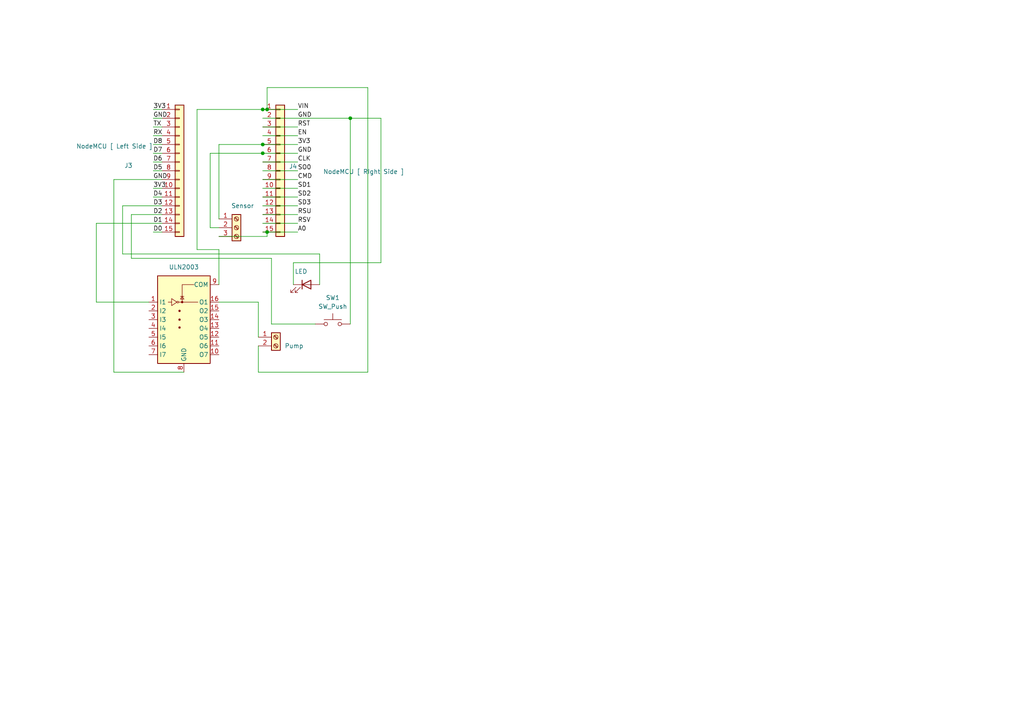
<source format=kicad_sch>
(kicad_sch (version 20250114) (generator "eeschema") (generator_version "9.0")
  (paper "A4")
  (lib_symbols
    (symbol "Connector:Screw_Terminal_01x02" (pin_names (offset 1.016) (hide yes))
      (property "Reference" "J" (at 0 2.54 0))
      (property "Value" "Screw_Terminal_01x02" (at 0 -5.08 0))
      (symbol "Screw_Terminal_01x02_1_1"
        (rectangle (start -1.27 1.27) (end 1.27 -3.81) (stroke (width 0.254)) (fill (type background)))
        (polyline (pts (xy -0.5334 0.3302) (xy 0.3302 -0.508)) (stroke (width 0.1524)))
        (polyline (pts (xy -0.5334 -2.2098) (xy 0.3302 -3.048)) (stroke (width 0.1524)))
        (polyline (pts (xy -0.3556 0.508) (xy 0.508 -0.3302)) (stroke (width 0.1524)))
        (polyline (pts (xy -0.3556 -2.032) (xy 0.508 -2.8702)) (stroke (width 0.1524)))
        (circle (center 0 0) (radius 0.635) (stroke (width 0.1524)))
        (circle (center 0 -2.54) (radius 0.635) (stroke (width 0.1524)))
        (pin passive line (at -5.08 0 0) (length 3.81) (name "Pin_1") (number "1"))
        (pin passive line (at -5.08 -2.54 0) (length 3.81) (name "Pin_2") (number "2"))
      )
    )
    (symbol "Connector:Screw_Terminal_01x03" (pin_names (offset 1.016) (hide yes))
      (property "Reference" "J" (at 0 5.08 0))
      (property "Value" "Screw_Terminal_01x03" (at 0 -5.08 0))
      (symbol "Screw_Terminal_01x03_1_1"
        (rectangle (start -1.27 3.81) (end 1.27 -3.81) (stroke (width 0.254)) (fill (type background)))
        (polyline (pts (xy -0.5334 2.8702) (xy 0.3302 2.032)) (stroke (width 0.1524)))
        (polyline (pts (xy -0.5334 0.3302) (xy 0.3302 -0.508)) (stroke (width 0.1524)))
        (polyline (pts (xy -0.5334 -2.2098) (xy 0.3302 -3.048)) (stroke (width 0.1524)))
        (polyline (pts (xy -0.3556 3.048) (xy 0.508 2.2098)) (stroke (width 0.1524)))
        (polyline (pts (xy -0.3556 0.508) (xy 0.508 -0.3302)) (stroke (width 0.1524)))
        (polyline (pts (xy -0.3556 -2.032) (xy 0.508 -2.8702)) (stroke (width 0.1524)))
        (circle (center 0 2.54) (radius 0.635) (stroke (width 0.1524)))
        (circle (center 0 0) (radius 0.635) (stroke (width 0.1524)))
        (circle (center 0 -2.54) (radius 0.635) (stroke (width 0.1524)))
        (pin passive line (at -5.08 2.54 0) (length 3.81) (name "Pin_1") (number "1"))
        (pin passive line (at -5.08 0 0) (length 3.81) (name "Pin_2") (number "2"))
        (pin passive line (at -5.08 -2.54 0) (length 3.81) (name "Pin_3") (number "3"))
      )
    )
    (symbol "Connector_Generic:Conn_01x15" (pin_names (offset 1.016) (hide yes))
      (property "Reference" "J" (at 0 20.32 0))
      (property "Value" "Conn_01x15" (at 0 -20.32 0))
      (symbol "Conn_01x15_1_1"
        (rectangle (start -1.27 19.05) (end 1.27 -19.05) (stroke (width 0.254)) (fill (type background)))
        (rectangle (start -1.27 17.907) (end 0 17.653) (stroke (width 0.1524)))
        (rectangle (start -1.27 15.367) (end 0 15.113) (stroke (width 0.1524)))
        (rectangle (start -1.27 12.827) (end 0 12.573) (stroke (width 0.1524)))
        (rectangle (start -1.27 10.287) (end 0 10.033) (stroke (width 0.1524)))
        (rectangle (start -1.27 7.747) (end 0 7.493) (stroke (width 0.1524)))
        (rectangle (start -1.27 5.207) (end 0 4.953) (stroke (width 0.1524)))
        (rectangle (start -1.27 2.667) (end 0 2.413) (stroke (width 0.1524)))
        (rectangle (start -1.27 0.127) (end 0 -0.127) (stroke (width 0.1524)))
        (rectangle (start -1.27 -2.413) (end 0 -2.667) (stroke (width 0.1524)))
        (rectangle (start -1.27 -4.953) (end 0 -5.207) (stroke (width 0.1524)))
        (rectangle (start -1.27 -7.493) (end 0 -7.747) (stroke (width 0.1524)))
        (rectangle (start -1.27 -10.033) (end 0 -10.287) (stroke (width 0.1524)))
        (rectangle (start -1.27 -12.573) (end 0 -12.827) (stroke (width 0.1524)))
        (rectangle (start -1.27 -15.113) (end 0 -15.367) (stroke (width 0.1524)))
        (rectangle (start -1.27 -17.653) (end 0 -17.907) (stroke (width 0.1524)))
        (pin passive line (at -5.08 17.78 0) (length 3.81) (name "Pin_1") (number "1"))
        (pin passive line (at -5.08 15.24 0) (length 3.81) (name "Pin_2") (number "2"))
        (pin passive line (at -5.08 12.7 0) (length 3.81) (name "Pin_3") (number "3"))
        (pin passive line (at -5.08 10.16 0) (length 3.81) (name "Pin_4") (number "4"))
        (pin passive line (at -5.08 7.62 0) (length 3.81) (name "Pin_5") (number "5"))
        (pin passive line (at -5.08 5.08 0) (length 3.81) (name "Pin_6") (number "6"))
        (pin passive line (at -5.08 2.54 0) (length 3.81) (name "Pin_7") (number "7"))
        (pin passive line (at -5.08 0 0) (length 3.81) (name "Pin_8") (number "8"))
        (pin passive line (at -5.08 -2.54 0) (length 3.81) (name "Pin_9") (number "9"))
        (pin passive line (at -5.08 -5.08 0) (length 3.81) (name "Pin_10") (number "10"))
        (pin passive line (at -5.08 -7.62 0) (length 3.81) (name "Pin_11") (number "11"))
        (pin passive line (at -5.08 -10.16 0) (length 3.81) (name "Pin_12") (number "12"))
        (pin passive line (at -5.08 -12.7 0) (length 3.81) (name "Pin_13") (number "13"))
        (pin passive line (at -5.08 -15.24 0) (length 3.81) (name "Pin_14") (number "14"))
        (pin passive line (at -5.08 -17.78 0) (length 3.81) (name "Pin_15") (number "15"))
      )
    )
    (symbol "Device:LED" (pin_numbers (hide yes)) (pin_names (offset 1.016) (hide yes))
      (property "Reference" "D" (at 0 2.54 0))
      (property "Value" "LED" (at 0 -2.54 0))
      (symbol "LED_0_1"
        (polyline (pts (xy -3.048 -0.762) (xy -4.572 -2.286) (xy -3.81 -2.286) (xy -4.572 -2.286) (xy -4.572 -1.524)))
        (polyline (pts (xy -1.778 -0.762) (xy -3.302 -2.286) (xy -2.54 -2.286) (xy -3.302 -2.286) (xy -3.302 -1.524)))
        (polyline (pts (xy -1.27 0) (xy 1.27 0)))
        (polyline (pts (xy -1.27 -1.27) (xy -1.27 1.27)) (stroke (width 0.254)))
        (polyline (pts (xy 1.27 -1.27) (xy 1.27 1.27) (xy -1.27 0) (xy 1.27 -1.27)) (stroke (width 0.254)))
      )
      (symbol "LED_1_1"
        (pin passive line (at -3.81 0 0) (length 2.54) (name "K") (number "1"))
        (pin passive line (at 3.81 0 180) (length 2.54) (name "A") (number "2"))
      )
    )
    (symbol "Switch:SW_Push" (pin_numbers (hide yes)) (pin_names (offset 1.016) (hide yes))
      (property "Reference" "SW" (at 1.27 2.54 0))
      (property "Value" "SW_Push" (at 0 -1.524 0))
      (symbol "SW_Push_0_1"
        (circle (center -2.032 0) (radius 0.508))
        (polyline (pts (xy 0 1.27) (xy 0 3.048)))
        (circle (center 2.032 0) (radius 0.508))
        (polyline (pts (xy 2.54 1.27) (xy -2.54 1.27)))
        (pin passive line (at -5.08 0 0) (length 2.54) (name "1") (number "1"))
        (pin passive line (at 5.08 0 180) (length 2.54) (name "2") (number "2"))
      )
    )
    (symbol "Transistor_Array:ULN2003"
      (property "Reference" "U" (at 0 15.875 0))
      (property "Value" "ULN2003" (at 0 13.97 0))
      (symbol "ULN2003_0_1"
        (rectangle (start -7.62 -12.7) (end 7.62 12.7) (stroke (width 0.254)) (fill (type background)))
        (polyline (pts (xy -4.572 5.08) (xy -3.556 5.08)))
        (polyline (pts (xy -3.556 6.096) (xy -3.556 4.064) (xy -2.032 5.08) (xy -3.556 6.096)))
        (circle (center -1.778 5.08) (radius 0.254))
        (polyline (pts (xy -1.524 5.08) (xy 4.064 5.08)))
        (circle (center -1.27 2.54) (radius 0.254) (fill (type outline)))
        (circle (center -1.27 0) (radius 0.254) (fill (type outline)))
        (circle (center -1.27 -2.286) (radius 0.254) (fill (type outline)))
        (circle (center -0.508 5.08) (radius 0.254) (fill (type outline)))
        (polyline (pts (xy -0.508 5.08) (xy -0.508 10.16) (xy 2.921 10.16)))
        (polyline (pts (xy 0 6.731) (xy -1.016 6.731)))
        (polyline (pts (xy 0 5.969) (xy -1.016 5.969) (xy -0.508 6.731) (xy 0 5.969)))
      )
      (symbol "ULN2003_1_1"
        (pin input line (at -10.16 5.08 0) (length 2.54) (name "I1") (number "1"))
        (pin input line (at -10.16 2.54 0) (length 2.54) (name "I2") (number "2"))
        (pin input line (at -10.16 0 0) (length 2.54) (name "I3") (number "3"))
        (pin input line (at -10.16 -2.54 0) (length 2.54) (name "I4") (number "4"))
        (pin input line (at -10.16 -5.08 0) (length 2.54) (name "I5") (number "5"))
        (pin input line (at -10.16 -7.62 0) (length 2.54) (name "I6") (number "6"))
        (pin input line (at -10.16 -10.16 0) (length 2.54) (name "I7") (number "7"))
        (pin power_in line (at 0 -15.24 90) (length 2.54) (name "GND") (number "8"))
        (pin passive line (at 10.16 10.16 180) (length 2.54) (name "COM") (number "9"))
        (pin open_collector line (at 10.16 5.08 180) (length 2.54) (name "O1") (number "16"))
        (pin open_collector line (at 10.16 2.54 180) (length 2.54) (name "O2") (number "15"))
        (pin open_collector line (at 10.16 0 180) (length 2.54) (name "O3") (number "14"))
        (pin open_collector line (at 10.16 -2.54 180) (length 2.54) (name "O4") (number "13"))
        (pin open_collector line (at 10.16 -5.08 180) (length 2.54) (name "O5") (number "12"))
        (pin open_collector line (at 10.16 -7.62 180) (length 2.54) (name "O6") (number "11"))
        (pin open_collector line (at 10.16 -10.16 180) (length 2.54) (name "O7") (number "10"))
      )
    )
  )
  (junction (at 76.2 41.91))
  (junction (at 77.47 31.75))
  (junction (at 101.6 34.29))
  (junction (at 76.2 31.75))
  (junction (at 76.2 44.45))
  (junction (at 77.47 67.31))
  (wire (pts (xy 53.34 107.95) (xy 33.02 107.95)))
  (wire (pts (xy 85.09 76.2) (xy 85.09 82.55)))
  (wire (pts (xy 76.2 39.37) (xy 86.36 39.37)))
  (wire (pts (xy 63.5 82.55) (xy 63.5 72.39)))
  (wire (pts (xy 76.2 41.91) (xy 86.36 41.91)))
  (wire (pts (xy 46.99 44.45) (xy 44.45 44.45)))
  (wire (pts (xy 33.02 107.95) (xy 33.02 52.07)))
  (wire (pts (xy 76.2 52.07) (xy 86.36 52.07)))
  (wire (pts (xy 63.5 72.39) (xy 57.15 72.39)))
  (wire (pts (xy 106.68 25.4) (xy 77.47 25.4)))
  (wire (pts (xy 38.1 74.93) (xy 78.74 74.93)))
  (wire (pts (xy 35.56 73.66) (xy 92.71 73.66)))
  (wire (pts (xy 60.96 66.04) (xy 60.96 44.45)))
  (wire (pts (xy 27.94 87.63) (xy 43.18 87.63)))
  (wire (pts (xy 106.68 107.95) (xy 106.68 25.4)))
  (wire (pts (xy 63.5 87.63) (xy 74.93 87.63)))
  (wire (pts (xy 76.2 31.75) (xy 77.47 31.75)))
  (wire (pts (xy 46.99 36.83) (xy 44.45 36.83)))
  (wire (pts (xy 76.2 62.23) (xy 86.36 62.23)))
  (wire (pts (xy 63.5 68.58) (xy 77.47 68.58)))
  (wire (pts (xy 110.49 76.2) (xy 85.09 76.2)))
  (wire (pts (xy 101.6 34.29) (xy 101.6 93.98)))
  (wire (pts (xy 27.94 64.77) (xy 27.94 87.63)))
  (wire (pts (xy 63.5 63.5) (xy 63.5 41.91)))
  (wire (pts (xy 78.74 74.93) (xy 78.74 93.98)))
  (wire (pts (xy 76.2 34.29) (xy 101.6 34.29)))
  (wire (pts (xy 92.71 73.66) (xy 92.71 82.55)))
  (wire (pts (xy 46.99 46.99) (xy 44.45 46.99)))
  (wire (pts (xy 63.5 66.04) (xy 60.96 66.04)))
  (wire (pts (xy 76.2 49.53) (xy 86.36 49.53)))
  (wire (pts (xy 76.2 57.15) (xy 86.36 57.15)))
  (wire (pts (xy 110.49 34.29) (xy 110.49 76.2)))
  (wire (pts (xy 77.47 31.75) (xy 86.36 31.75)))
  (wire (pts (xy 77.47 25.4) (xy 77.47 31.75)))
  (wire (pts (xy 35.56 59.69) (xy 35.56 73.66)))
  (wire (pts (xy 76.2 36.83) (xy 86.36 36.83)))
  (wire (pts (xy 76.2 44.45) (xy 86.36 44.45)))
  (wire (pts (xy 76.2 59.69) (xy 86.36 59.69)))
  (wire (pts (xy 74.93 100.33) (xy 74.93 107.95)))
  (wire (pts (xy 27.94 64.77) (xy 46.99 64.77)))
  (wire (pts (xy 33.02 52.07) (xy 46.99 52.07)))
  (wire (pts (xy 46.99 54.61) (xy 44.45 54.61)))
  (wire (pts (xy 57.15 72.39) (xy 57.15 31.75)))
  (wire (pts (xy 63.5 41.91) (xy 76.2 41.91)))
  (wire (pts (xy 46.99 34.29) (xy 44.45 34.29)))
  (wire (pts (xy 35.56 59.69) (xy 46.99 59.69)))
  (wire (pts (xy 46.99 49.53) (xy 44.45 49.53)))
  (wire (pts (xy 38.1 62.23) (xy 46.99 62.23)))
  (wire (pts (xy 46.99 31.75) (xy 44.45 31.75)))
  (wire (pts (xy 74.93 107.95) (xy 106.68 107.95)))
  (wire (pts (xy 78.74 93.98) (xy 91.44 93.98)))
  (wire (pts (xy 77.47 67.31) (xy 86.36 67.31)))
  (wire (pts (xy 101.6 34.29) (xy 110.49 34.29)))
  (wire (pts (xy 60.96 44.45) (xy 76.2 44.45)))
  (wire (pts (xy 76.2 64.77) (xy 86.36 64.77)))
  (wire (pts (xy 57.15 31.75) (xy 76.2 31.75)))
  (wire (pts (xy 77.47 68.58) (xy 77.47 67.31)))
  (wire (pts (xy 74.93 87.63) (xy 74.93 97.79)))
  (wire (pts (xy 38.1 62.23) (xy 38.1 74.93)))
  (wire (pts (xy 46.99 39.37) (xy 44.45 39.37)))
  (wire (pts (xy 76.2 46.99) (xy 86.36 46.99)))
  (wire (pts (xy 46.99 41.91) (xy 44.45 41.91)))
  (wire (pts (xy 46.99 67.31) (xy 44.45 67.31)))
  (wire (pts (xy 76.2 54.61) (xy 86.36 54.61)))
  (wire (pts (xy 76.2 67.31) (xy 77.47 67.31)))
  (wire (pts (xy 46.99 57.15) (xy 44.45 57.15)))
  (label "3V3" (at 44.45 54.61 0))
  (label "TX" (at 44.45 36.83 0))
  (label "EN" (at 86.36 39.37 0))
  (label "D6" (at 44.45 46.99 0))
  (label "D1" (at 44.45 64.77 0))
  (label "GND" (at 44.45 52.07 0))
  (label "SD1" (at 86.36 54.61 0))
  (label "SD2" (at 86.36 57.15 0))
  (label "D3" (at 44.45 59.69 0))
  (label "SO0" (at 86.36 49.53 0))
  (label "RSV" (at 86.36 64.77 0))
  (label "D2" (at 44.45 62.23 0))
  (label "GND" (at 86.36 34.29 0))
  (label "SD3" (at 86.36 59.69 0))
  (label "3V3" (at 86.36 41.91 0))
  (label "VIN" (at 86.36 31.75 0))
  (label "CLK" (at 86.36 46.99 0))
  (label "RX" (at 44.45 39.37 0))
  (label "D0" (at 44.45 67.31 0))
  (label "CMD" (at 86.36 52.07 0))
  (label "GND" (at 86.36 44.45 0))
  (label "RSU" (at 86.36 62.23 0))
  (label "D8" (at 44.45 41.91 0))
  (label "3V3" (at 44.45 31.75 0))
  (label "D7" (at 44.45 44.45 0))
  (label "D5" (at 44.45 49.53 0))
  (label "RST" (at 86.36 36.83 0))
  (label "D4" (at 44.45 57.15 0))
  (label "A0" (at 86.36 67.31 0))
  (label "GND" (at 44.45 34.29 0))
  (symbol (lib_id "Connector:Screw_Terminal_01x02") (at 80.01 97.79 0) (unit 1)
    (property "Reference" "J1" (effects (hide yes)))
    (property "Value" "Pump" (at 82.55 100.3299 0) (effects (justify left)))
    (property "Footprint" "Connector_PinHeader_2.54mm:PinHeader_1x02_P2.54mm_Vertical" (effects (hide yes)))
    (property "Description" "Generic screw terminal, single row, 01x02, script generated (kicad-library-utils/schlib/autogen/connector/)" (effects (hide yes)))
  )
  (symbol (lib_id "Device:LED") (at 88.9 82.55 0) (unit 1)
    (property "Reference" "D1" (effects (hide yes)))
    (property "Value" "LED" (at 87.3125 78.74 0))
    (property "Footprint" "LED_THT:LED_D5.0mm" (effects (hide yes)))
    (property "Description" "Light emitting diode" (effects (hide yes)))
    (property "Sim.Pins" "1=K 2=A" (effects (hide yes)))
  )
  (symbol (lib_id "Connector_Generic:Conn_01x15") (at 81.28 49.53 0) (unit 1)
    (property "Reference" "J4" (at 83.82 48.2599 0) (effects (justify left)))
    (property "Value" "NodeMCU [ RIght Side ]" (at 93.726 49.784 0) (effects (justify left)))
    (property "Footprint" "Connector_PinHeader_2.54mm:PinHeader_1x15_P2.54mm_Vertical" (effects (hide yes)))
    (property "Description" "Generic connector, single row, 01x15, script generated (kicad-library-utils/schlib/autogen/connector/)" (effects (hide yes)))
  )
  (symbol (lib_id "Connector:Screw_Terminal_01x03") (at 68.58 66.04 0) (unit 1)
    (property "Reference" "J2" (effects (hide yes)))
    (property "Value" "Sensor" (at 67.056 59.69 0) (effects (justify left)))
    (property "Footprint" "Connector_PinHeader_2.54mm:PinHeader_1x03_P2.54mm_Vertical" (effects (hide yes)))
    (property "Description" "Generic screw terminal, single row, 01x03, script generated (kicad-library-utils/schlib/autogen/connector/)" (effects (hide yes)))
  )
  (symbol (lib_id "Transistor_Array:ULN2003") (at 53.34 92.71 0) (unit 1)
    (property "Reference" "U2" (effects (hide yes)))
    (property "Value" "ULN2003" (at 53.34 77.47 0))
    (property "Footprint" "Package_DIP:DIP-16_W7.62mm" (effects (hide yes)))
    (property "Datasheet" "http://www.ti.com/lit/ds/symlink/uln2003a.pdf" (effects (hide yes)))
    (property "Description" "High Voltage, High Current Darlington Transistor Arrays, SOIC16/SOIC16W/DIP16/TSSOP16" (effects (hide yes)))
  )
  (symbol (lib_id "Connector_Generic:Conn_01x15") (at 52.07 49.53 0) (unit 1)
    (property "Reference" "J3" (at 36.068 48.006 0) (effects (justify left)))
    (property "Value" "NodeMCU [ Left Side ]" (at 22.098 42.418 0) (effects (justify left)))
    (property "Footprint" "Connector_PinHeader_2.54mm:PinHeader_1x15_P2.54mm_Vertical" (effects (hide yes)))
    (property "Description" "Generic connector, single row, 01x15, script generated (kicad-library-utils/schlib/autogen/connector/)" (effects (hide yes)))
  )
  (symbol (lib_id "Switch:SW_Push") (at 96.52 93.98 0) (unit 1)
    (property "Reference" "SW1" (at 96.52 86.36 0))
    (property "Value" "SW_Push" (at 96.52 88.9 0))
    (property "Footprint" "Button_Switch_THT:SW_PUSH-12mm" (effects (hide yes)))
    (property "Description" "Push button switch, generic, two pins" (effects (hide yes)))
  )
)
</source>
